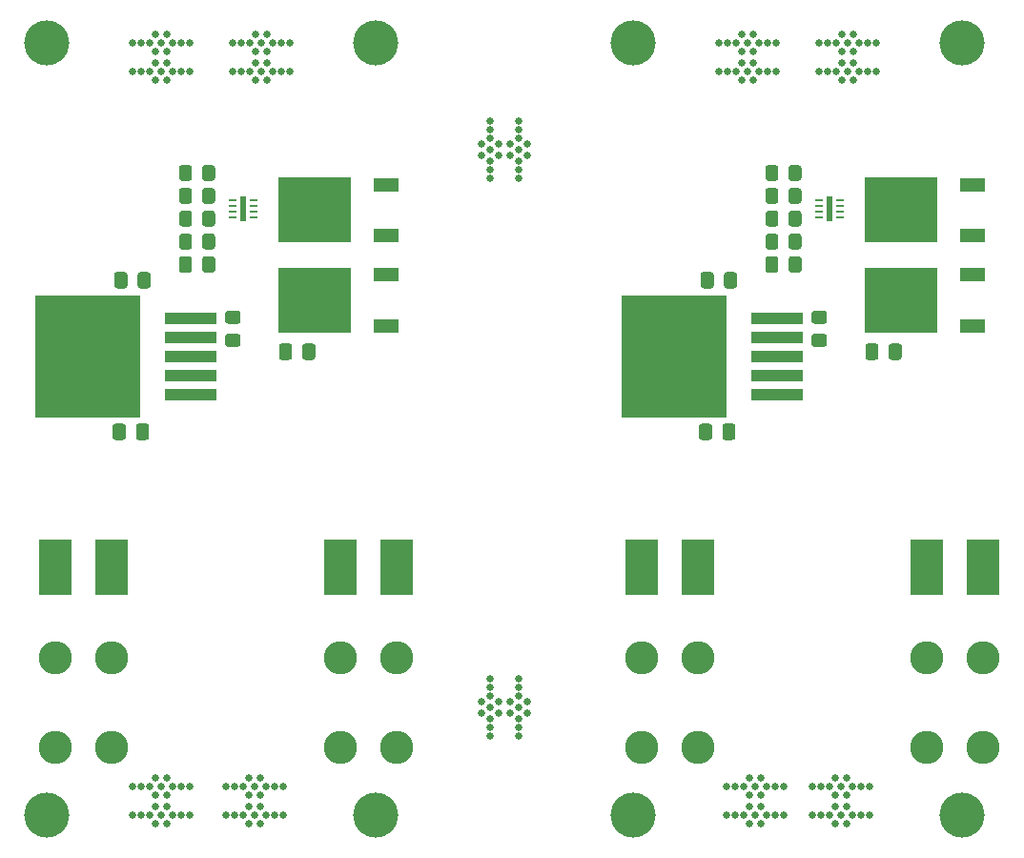
<source format=gbr>
%TF.GenerationSoftware,KiCad,Pcbnew,(5.1.9-0-10_14)*%
%TF.CreationDate,2021-02-28T00:18:14+08:00*%
%TF.ProjectId,panelized,70616e65-6c69-47a6-9564-2e6b69636164,rev?*%
%TF.SameCoordinates,Original*%
%TF.FileFunction,Soldermask,Top*%
%TF.FilePolarity,Negative*%
%FSLAX46Y46*%
G04 Gerber Fmt 4.6, Leading zero omitted, Abs format (unit mm)*
G04 Created by KiCad (PCBNEW (5.1.9-0-10_14)) date 2021-02-28 00:18:14*
%MOMM*%
%LPD*%
G01*
G04 APERTURE LIST*
%ADD10C,0.650000*%
%ADD11C,4.000000*%
%ADD12R,2.950000X5.000000*%
%ADD13C,2.950000*%
%ADD14R,4.600000X1.100000*%
%ADD15R,9.400000X10.800000*%
%ADD16R,0.700000X0.250000*%
%ADD17R,0.610000X2.200000*%
%ADD18R,2.200000X1.200000*%
%ADD19R,6.400000X5.800000*%
G04 APERTURE END LIST*
D10*
%TO.C,REF\u002A\u002A*%
X136525000Y-126365000D03*
X136525000Y-121285000D03*
X139065000Y-121285000D03*
X139065000Y-126365000D03*
X139065000Y-125603000D03*
X139065000Y-124841000D03*
X139065000Y-122047000D03*
X139065000Y-122809000D03*
X139065000Y-123825000D03*
X138303000Y-123317000D03*
X138303000Y-124333000D03*
X139827000Y-124333000D03*
X139827000Y-123317000D03*
X136525000Y-122047000D03*
X136525000Y-122809000D03*
X136525000Y-125603000D03*
X136525000Y-124841000D03*
X136525000Y-123825000D03*
X137287000Y-124333000D03*
X135763000Y-124333000D03*
X135763000Y-123317000D03*
X137287000Y-123317000D03*
%TD*%
%TO.C,REF\u002A\u002A*%
X137287000Y-73787000D03*
X135763000Y-73787000D03*
X135763000Y-74803000D03*
X137287000Y-74803000D03*
X136525000Y-74295000D03*
X136525000Y-75311000D03*
X136525000Y-76073000D03*
X136525000Y-73279000D03*
X136525000Y-72517000D03*
X139827000Y-73787000D03*
X139827000Y-74803000D03*
X138303000Y-74803000D03*
X138303000Y-73787000D03*
X139065000Y-74295000D03*
X139065000Y-73279000D03*
X139065000Y-72517000D03*
X139065000Y-75311000D03*
X139065000Y-76073000D03*
X139065000Y-76835000D03*
X139065000Y-71755000D03*
X136525000Y-71755000D03*
X136525000Y-76835000D03*
%TD*%
%TO.C,REF\u002A\u002A*%
X165735000Y-64770000D03*
X170815000Y-64770000D03*
X170815000Y-67310000D03*
X165735000Y-67310000D03*
X166497000Y-67310000D03*
X167259000Y-67310000D03*
X170053000Y-67310000D03*
X169291000Y-67310000D03*
X168275000Y-67310000D03*
X168783000Y-66548000D03*
X167767000Y-66548000D03*
X167767000Y-68072000D03*
X168783000Y-68072000D03*
X170053000Y-64770000D03*
X169291000Y-64770000D03*
X166497000Y-64770000D03*
X167259000Y-64770000D03*
X168275000Y-64770000D03*
X167767000Y-65532000D03*
X167767000Y-64008000D03*
X168783000Y-64008000D03*
X168783000Y-65532000D03*
%TD*%
%TO.C,REF\u002A\u002A*%
X156845000Y-64770000D03*
X161925000Y-64770000D03*
X161925000Y-67310000D03*
X156845000Y-67310000D03*
X157607000Y-67310000D03*
X158369000Y-67310000D03*
X161163000Y-67310000D03*
X160401000Y-67310000D03*
X159385000Y-67310000D03*
X159893000Y-66548000D03*
X158877000Y-66548000D03*
X158877000Y-68072000D03*
X159893000Y-68072000D03*
X161163000Y-64770000D03*
X160401000Y-64770000D03*
X157607000Y-64770000D03*
X158369000Y-64770000D03*
X159385000Y-64770000D03*
X158877000Y-65532000D03*
X158877000Y-64008000D03*
X159893000Y-64008000D03*
X159893000Y-65532000D03*
%TD*%
%TO.C,REF\u002A\u002A*%
X113665000Y-64770000D03*
X118745000Y-64770000D03*
X118745000Y-67310000D03*
X113665000Y-67310000D03*
X114427000Y-67310000D03*
X115189000Y-67310000D03*
X117983000Y-67310000D03*
X117221000Y-67310000D03*
X116205000Y-67310000D03*
X116713000Y-66548000D03*
X115697000Y-66548000D03*
X115697000Y-68072000D03*
X116713000Y-68072000D03*
X117983000Y-64770000D03*
X117221000Y-64770000D03*
X114427000Y-64770000D03*
X115189000Y-64770000D03*
X116205000Y-64770000D03*
X115697000Y-65532000D03*
X115697000Y-64008000D03*
X116713000Y-64008000D03*
X116713000Y-65532000D03*
%TD*%
%TO.C,REF\u002A\u002A*%
X104775000Y-64770000D03*
X109855000Y-64770000D03*
X109855000Y-67310000D03*
X104775000Y-67310000D03*
X105537000Y-67310000D03*
X106299000Y-67310000D03*
X109093000Y-67310000D03*
X108331000Y-67310000D03*
X107315000Y-67310000D03*
X107823000Y-66548000D03*
X106807000Y-66548000D03*
X106807000Y-68072000D03*
X107823000Y-68072000D03*
X109093000Y-64770000D03*
X108331000Y-64770000D03*
X105537000Y-64770000D03*
X106299000Y-64770000D03*
X107315000Y-64770000D03*
X106807000Y-65532000D03*
X106807000Y-64008000D03*
X107823000Y-64008000D03*
X107823000Y-65532000D03*
%TD*%
%TO.C,REF\u002A\u002A*%
X104775000Y-130810000D03*
X109855000Y-130810000D03*
X109855000Y-133350000D03*
X104775000Y-133350000D03*
X105537000Y-133350000D03*
X106299000Y-133350000D03*
X109093000Y-133350000D03*
X108331000Y-133350000D03*
X107315000Y-133350000D03*
X107823000Y-132588000D03*
X106807000Y-132588000D03*
X106807000Y-134112000D03*
X107823000Y-134112000D03*
X109093000Y-130810000D03*
X108331000Y-130810000D03*
X105537000Y-130810000D03*
X106299000Y-130810000D03*
X107315000Y-130810000D03*
X106807000Y-131572000D03*
X106807000Y-130048000D03*
X107823000Y-130048000D03*
X107823000Y-131572000D03*
%TD*%
%TO.C,REF\u002A\u002A*%
X113030000Y-130810000D03*
X118110000Y-130810000D03*
X118110000Y-133350000D03*
X113030000Y-133350000D03*
X113792000Y-133350000D03*
X114554000Y-133350000D03*
X117348000Y-133350000D03*
X116586000Y-133350000D03*
X115570000Y-133350000D03*
X116078000Y-132588000D03*
X115062000Y-132588000D03*
X115062000Y-134112000D03*
X116078000Y-134112000D03*
X117348000Y-130810000D03*
X116586000Y-130810000D03*
X113792000Y-130810000D03*
X114554000Y-130810000D03*
X115570000Y-130810000D03*
X115062000Y-131572000D03*
X115062000Y-130048000D03*
X116078000Y-130048000D03*
X116078000Y-131572000D03*
%TD*%
%TO.C,REF\u002A\u002A*%
X157480000Y-130810000D03*
X162560000Y-130810000D03*
X162560000Y-133350000D03*
X157480000Y-133350000D03*
X158242000Y-133350000D03*
X159004000Y-133350000D03*
X161798000Y-133350000D03*
X161036000Y-133350000D03*
X160020000Y-133350000D03*
X160528000Y-132588000D03*
X159512000Y-132588000D03*
X159512000Y-134112000D03*
X160528000Y-134112000D03*
X161798000Y-130810000D03*
X161036000Y-130810000D03*
X158242000Y-130810000D03*
X159004000Y-130810000D03*
X160020000Y-130810000D03*
X159512000Y-131572000D03*
X159512000Y-130048000D03*
X160528000Y-130048000D03*
X160528000Y-131572000D03*
%TD*%
%TO.C,REF\u002A\u002A*%
X168148000Y-131572000D03*
X168148000Y-130048000D03*
X167132000Y-130048000D03*
X167132000Y-131572000D03*
X167640000Y-130810000D03*
X166624000Y-130810000D03*
X165862000Y-130810000D03*
X168656000Y-130810000D03*
X169418000Y-130810000D03*
X168148000Y-134112000D03*
X167132000Y-134112000D03*
X167132000Y-132588000D03*
X168148000Y-132588000D03*
X167640000Y-133350000D03*
X168656000Y-133350000D03*
X169418000Y-133350000D03*
X166624000Y-133350000D03*
X165862000Y-133350000D03*
X165100000Y-133350000D03*
X170180000Y-133350000D03*
X170180000Y-130810000D03*
X165100000Y-130810000D03*
%TD*%
D11*
%TO.C,H4*%
X126365000Y-133350000D03*
%TD*%
%TO.C,H3*%
X97155000Y-133350000D03*
%TD*%
%TO.C,H2*%
X126365000Y-64770000D03*
%TD*%
%TO.C,H1*%
X97155000Y-64770000D03*
%TD*%
D12*
%TO.C,POWER_OUT1*%
X128190000Y-111380000D03*
X123190000Y-111380000D03*
D13*
X128190000Y-127380000D03*
X123190000Y-127380000D03*
X123190000Y-119380000D03*
X128190000Y-119380000D03*
%TD*%
D12*
%TO.C,POWER_IN1*%
X102870000Y-111380000D03*
X97870000Y-111380000D03*
D13*
X102870000Y-127380000D03*
X97870000Y-127380000D03*
X97870000Y-119380000D03*
X102870000Y-119380000D03*
%TD*%
%TO.C,C4*%
G36*
G01*
X110940000Y-84930000D02*
X110940000Y-83980000D01*
G75*
G02*
X111190000Y-83730000I250000J0D01*
G01*
X111865000Y-83730000D01*
G75*
G02*
X112115000Y-83980000I0J-250000D01*
G01*
X112115000Y-84930000D01*
G75*
G02*
X111865000Y-85180000I-250000J0D01*
G01*
X111190000Y-85180000D01*
G75*
G02*
X110940000Y-84930000I0J250000D01*
G01*
G37*
G36*
G01*
X108865000Y-84930000D02*
X108865000Y-83980000D01*
G75*
G02*
X109115000Y-83730000I250000J0D01*
G01*
X109790000Y-83730000D01*
G75*
G02*
X110040000Y-83980000I0J-250000D01*
G01*
X110040000Y-84930000D01*
G75*
G02*
X109790000Y-85180000I-250000J0D01*
G01*
X109115000Y-85180000D01*
G75*
G02*
X108865000Y-84930000I0J250000D01*
G01*
G37*
%TD*%
%TO.C,C3*%
G36*
G01*
X104303500Y-85377000D02*
X104303500Y-86327000D01*
G75*
G02*
X104053500Y-86577000I-250000J0D01*
G01*
X103378500Y-86577000D01*
G75*
G02*
X103128500Y-86327000I0J250000D01*
G01*
X103128500Y-85377000D01*
G75*
G02*
X103378500Y-85127000I250000J0D01*
G01*
X104053500Y-85127000D01*
G75*
G02*
X104303500Y-85377000I0J-250000D01*
G01*
G37*
G36*
G01*
X106378500Y-85377000D02*
X106378500Y-86327000D01*
G75*
G02*
X106128500Y-86577000I-250000J0D01*
G01*
X105453500Y-86577000D01*
G75*
G02*
X105203500Y-86327000I0J250000D01*
G01*
X105203500Y-85377000D01*
G75*
G02*
X105453500Y-85127000I250000J0D01*
G01*
X106128500Y-85127000D01*
G75*
G02*
X106378500Y-85377000I0J-250000D01*
G01*
G37*
%TD*%
%TO.C,C2*%
G36*
G01*
X104157500Y-98839000D02*
X104157500Y-99789000D01*
G75*
G02*
X103907500Y-100039000I-250000J0D01*
G01*
X103232500Y-100039000D01*
G75*
G02*
X102982500Y-99789000I0J250000D01*
G01*
X102982500Y-98839000D01*
G75*
G02*
X103232500Y-98589000I250000J0D01*
G01*
X103907500Y-98589000D01*
G75*
G02*
X104157500Y-98839000I0J-250000D01*
G01*
G37*
G36*
G01*
X106232500Y-98839000D02*
X106232500Y-99789000D01*
G75*
G02*
X105982500Y-100039000I-250000J0D01*
G01*
X105307500Y-100039000D01*
G75*
G02*
X105057500Y-99789000I0J250000D01*
G01*
X105057500Y-98839000D01*
G75*
G02*
X105307500Y-98589000I250000J0D01*
G01*
X105982500Y-98589000D01*
G75*
G02*
X106232500Y-98839000I0J-250000D01*
G01*
G37*
%TD*%
%TO.C,C1*%
G36*
G01*
X119830000Y-92677000D02*
X119830000Y-91727000D01*
G75*
G02*
X120080000Y-91477000I250000J0D01*
G01*
X120755000Y-91477000D01*
G75*
G02*
X121005000Y-91727000I0J-250000D01*
G01*
X121005000Y-92677000D01*
G75*
G02*
X120755000Y-92927000I-250000J0D01*
G01*
X120080000Y-92927000D01*
G75*
G02*
X119830000Y-92677000I0J250000D01*
G01*
G37*
G36*
G01*
X117755000Y-92677000D02*
X117755000Y-91727000D01*
G75*
G02*
X118005000Y-91477000I250000J0D01*
G01*
X118680000Y-91477000D01*
G75*
G02*
X118930000Y-91727000I0J-250000D01*
G01*
X118930000Y-92677000D01*
G75*
G02*
X118680000Y-92927000I-250000J0D01*
G01*
X118005000Y-92927000D01*
G75*
G02*
X117755000Y-92677000I0J250000D01*
G01*
G37*
%TD*%
D14*
%TO.C,U2*%
X109957000Y-96012000D03*
X109957000Y-94312000D03*
X109957000Y-92612000D03*
X109957000Y-90912000D03*
X109957000Y-89212000D03*
D15*
X100807000Y-92612000D03*
%TD*%
D16*
%TO.C,U1*%
X113629000Y-78752000D03*
X113629000Y-79252000D03*
X113629000Y-79752000D03*
X113629000Y-80252000D03*
X115479000Y-80252000D03*
X115479000Y-79752000D03*
X115479000Y-79252000D03*
X115479000Y-78752000D03*
D17*
X114554000Y-79502000D03*
%TD*%
%TO.C,R5*%
G36*
G01*
X114115001Y-89720000D02*
X113214999Y-89720000D01*
G75*
G02*
X112965000Y-89470001I0J249999D01*
G01*
X112965000Y-88819999D01*
G75*
G02*
X113214999Y-88570000I249999J0D01*
G01*
X114115001Y-88570000D01*
G75*
G02*
X114365000Y-88819999I0J-249999D01*
G01*
X114365000Y-89470001D01*
G75*
G02*
X114115001Y-89720000I-249999J0D01*
G01*
G37*
G36*
G01*
X114115001Y-91770000D02*
X113214999Y-91770000D01*
G75*
G02*
X112965000Y-91520001I0J249999D01*
G01*
X112965000Y-90869999D01*
G75*
G02*
X113214999Y-90620000I249999J0D01*
G01*
X114115001Y-90620000D01*
G75*
G02*
X114365000Y-90869999I0J-249999D01*
G01*
X114365000Y-91520001D01*
G75*
G02*
X114115001Y-91770000I-249999J0D01*
G01*
G37*
%TD*%
%TO.C,R4*%
G36*
G01*
X110040000Y-75876999D02*
X110040000Y-76777001D01*
G75*
G02*
X109790001Y-77027000I-249999J0D01*
G01*
X109139999Y-77027000D01*
G75*
G02*
X108890000Y-76777001I0J249999D01*
G01*
X108890000Y-75876999D01*
G75*
G02*
X109139999Y-75627000I249999J0D01*
G01*
X109790001Y-75627000D01*
G75*
G02*
X110040000Y-75876999I0J-249999D01*
G01*
G37*
G36*
G01*
X112090000Y-75876999D02*
X112090000Y-76777001D01*
G75*
G02*
X111840001Y-77027000I-249999J0D01*
G01*
X111189999Y-77027000D01*
G75*
G02*
X110940000Y-76777001I0J249999D01*
G01*
X110940000Y-75876999D01*
G75*
G02*
X111189999Y-75627000I249999J0D01*
G01*
X111840001Y-75627000D01*
G75*
G02*
X112090000Y-75876999I0J-249999D01*
G01*
G37*
%TD*%
%TO.C,R3*%
G36*
G01*
X110040000Y-77908999D02*
X110040000Y-78809001D01*
G75*
G02*
X109790001Y-79059000I-249999J0D01*
G01*
X109139999Y-79059000D01*
G75*
G02*
X108890000Y-78809001I0J249999D01*
G01*
X108890000Y-77908999D01*
G75*
G02*
X109139999Y-77659000I249999J0D01*
G01*
X109790001Y-77659000D01*
G75*
G02*
X110040000Y-77908999I0J-249999D01*
G01*
G37*
G36*
G01*
X112090000Y-77908999D02*
X112090000Y-78809001D01*
G75*
G02*
X111840001Y-79059000I-249999J0D01*
G01*
X111189999Y-79059000D01*
G75*
G02*
X110940000Y-78809001I0J249999D01*
G01*
X110940000Y-77908999D01*
G75*
G02*
X111189999Y-77659000I249999J0D01*
G01*
X111840001Y-77659000D01*
G75*
G02*
X112090000Y-77908999I0J-249999D01*
G01*
G37*
%TD*%
%TO.C,R2*%
G36*
G01*
X110049000Y-79931999D02*
X110049000Y-80832001D01*
G75*
G02*
X109799001Y-81082000I-249999J0D01*
G01*
X109148999Y-81082000D01*
G75*
G02*
X108899000Y-80832001I0J249999D01*
G01*
X108899000Y-79931999D01*
G75*
G02*
X109148999Y-79682000I249999J0D01*
G01*
X109799001Y-79682000D01*
G75*
G02*
X110049000Y-79931999I0J-249999D01*
G01*
G37*
G36*
G01*
X112099000Y-79931999D02*
X112099000Y-80832001D01*
G75*
G02*
X111849001Y-81082000I-249999J0D01*
G01*
X111198999Y-81082000D01*
G75*
G02*
X110949000Y-80832001I0J249999D01*
G01*
X110949000Y-79931999D01*
G75*
G02*
X111198999Y-79682000I249999J0D01*
G01*
X111849001Y-79682000D01*
G75*
G02*
X112099000Y-79931999I0J-249999D01*
G01*
G37*
%TD*%
%TO.C,R1*%
G36*
G01*
X110049000Y-81972999D02*
X110049000Y-82873001D01*
G75*
G02*
X109799001Y-83123000I-249999J0D01*
G01*
X109148999Y-83123000D01*
G75*
G02*
X108899000Y-82873001I0J249999D01*
G01*
X108899000Y-81972999D01*
G75*
G02*
X109148999Y-81723000I249999J0D01*
G01*
X109799001Y-81723000D01*
G75*
G02*
X110049000Y-81972999I0J-249999D01*
G01*
G37*
G36*
G01*
X112099000Y-81972999D02*
X112099000Y-82873001D01*
G75*
G02*
X111849001Y-83123000I-249999J0D01*
G01*
X111198999Y-83123000D01*
G75*
G02*
X110949000Y-82873001I0J249999D01*
G01*
X110949000Y-81972999D01*
G75*
G02*
X111198999Y-81723000I249999J0D01*
G01*
X111849001Y-81723000D01*
G75*
G02*
X112099000Y-81972999I0J-249999D01*
G01*
G37*
%TD*%
D18*
%TO.C,Q2*%
X127263000Y-89910000D03*
X127263000Y-85350000D03*
D19*
X120963000Y-87630000D03*
%TD*%
D18*
%TO.C,Q1*%
X127263000Y-81909000D03*
X127263000Y-77349000D03*
D19*
X120963000Y-79629000D03*
%TD*%
D11*
%TO.C,H4*%
X178435000Y-133350000D03*
%TD*%
%TO.C,H3*%
X149225000Y-133350000D03*
%TD*%
%TO.C,H2*%
X178435000Y-64770000D03*
%TD*%
%TO.C,H1*%
X149225000Y-64770000D03*
%TD*%
D12*
%TO.C,POWER_OUT1*%
X180260000Y-111380000D03*
X175260000Y-111380000D03*
D13*
X180260000Y-127380000D03*
X175260000Y-127380000D03*
X175260000Y-119380000D03*
X180260000Y-119380000D03*
%TD*%
D12*
%TO.C,POWER_IN1*%
X154940000Y-111380000D03*
X149940000Y-111380000D03*
D13*
X154940000Y-127380000D03*
X149940000Y-127380000D03*
X149940000Y-119380000D03*
X154940000Y-119380000D03*
%TD*%
%TO.C,C4*%
G36*
G01*
X163010000Y-84930000D02*
X163010000Y-83980000D01*
G75*
G02*
X163260000Y-83730000I250000J0D01*
G01*
X163935000Y-83730000D01*
G75*
G02*
X164185000Y-83980000I0J-250000D01*
G01*
X164185000Y-84930000D01*
G75*
G02*
X163935000Y-85180000I-250000J0D01*
G01*
X163260000Y-85180000D01*
G75*
G02*
X163010000Y-84930000I0J250000D01*
G01*
G37*
G36*
G01*
X160935000Y-84930000D02*
X160935000Y-83980000D01*
G75*
G02*
X161185000Y-83730000I250000J0D01*
G01*
X161860000Y-83730000D01*
G75*
G02*
X162110000Y-83980000I0J-250000D01*
G01*
X162110000Y-84930000D01*
G75*
G02*
X161860000Y-85180000I-250000J0D01*
G01*
X161185000Y-85180000D01*
G75*
G02*
X160935000Y-84930000I0J250000D01*
G01*
G37*
%TD*%
%TO.C,C3*%
G36*
G01*
X156373500Y-85377000D02*
X156373500Y-86327000D01*
G75*
G02*
X156123500Y-86577000I-250000J0D01*
G01*
X155448500Y-86577000D01*
G75*
G02*
X155198500Y-86327000I0J250000D01*
G01*
X155198500Y-85377000D01*
G75*
G02*
X155448500Y-85127000I250000J0D01*
G01*
X156123500Y-85127000D01*
G75*
G02*
X156373500Y-85377000I0J-250000D01*
G01*
G37*
G36*
G01*
X158448500Y-85377000D02*
X158448500Y-86327000D01*
G75*
G02*
X158198500Y-86577000I-250000J0D01*
G01*
X157523500Y-86577000D01*
G75*
G02*
X157273500Y-86327000I0J250000D01*
G01*
X157273500Y-85377000D01*
G75*
G02*
X157523500Y-85127000I250000J0D01*
G01*
X158198500Y-85127000D01*
G75*
G02*
X158448500Y-85377000I0J-250000D01*
G01*
G37*
%TD*%
%TO.C,C2*%
G36*
G01*
X156227500Y-98839000D02*
X156227500Y-99789000D01*
G75*
G02*
X155977500Y-100039000I-250000J0D01*
G01*
X155302500Y-100039000D01*
G75*
G02*
X155052500Y-99789000I0J250000D01*
G01*
X155052500Y-98839000D01*
G75*
G02*
X155302500Y-98589000I250000J0D01*
G01*
X155977500Y-98589000D01*
G75*
G02*
X156227500Y-98839000I0J-250000D01*
G01*
G37*
G36*
G01*
X158302500Y-98839000D02*
X158302500Y-99789000D01*
G75*
G02*
X158052500Y-100039000I-250000J0D01*
G01*
X157377500Y-100039000D01*
G75*
G02*
X157127500Y-99789000I0J250000D01*
G01*
X157127500Y-98839000D01*
G75*
G02*
X157377500Y-98589000I250000J0D01*
G01*
X158052500Y-98589000D01*
G75*
G02*
X158302500Y-98839000I0J-250000D01*
G01*
G37*
%TD*%
%TO.C,C1*%
G36*
G01*
X171900000Y-92677000D02*
X171900000Y-91727000D01*
G75*
G02*
X172150000Y-91477000I250000J0D01*
G01*
X172825000Y-91477000D01*
G75*
G02*
X173075000Y-91727000I0J-250000D01*
G01*
X173075000Y-92677000D01*
G75*
G02*
X172825000Y-92927000I-250000J0D01*
G01*
X172150000Y-92927000D01*
G75*
G02*
X171900000Y-92677000I0J250000D01*
G01*
G37*
G36*
G01*
X169825000Y-92677000D02*
X169825000Y-91727000D01*
G75*
G02*
X170075000Y-91477000I250000J0D01*
G01*
X170750000Y-91477000D01*
G75*
G02*
X171000000Y-91727000I0J-250000D01*
G01*
X171000000Y-92677000D01*
G75*
G02*
X170750000Y-92927000I-250000J0D01*
G01*
X170075000Y-92927000D01*
G75*
G02*
X169825000Y-92677000I0J250000D01*
G01*
G37*
%TD*%
D14*
%TO.C,U2*%
X162027000Y-96012000D03*
X162027000Y-94312000D03*
X162027000Y-92612000D03*
X162027000Y-90912000D03*
X162027000Y-89212000D03*
D15*
X152877000Y-92612000D03*
%TD*%
D16*
%TO.C,U1*%
X165699000Y-78752000D03*
X165699000Y-79252000D03*
X165699000Y-79752000D03*
X165699000Y-80252000D03*
X167549000Y-80252000D03*
X167549000Y-79752000D03*
X167549000Y-79252000D03*
X167549000Y-78752000D03*
D17*
X166624000Y-79502000D03*
%TD*%
%TO.C,R5*%
G36*
G01*
X166185001Y-89720000D02*
X165284999Y-89720000D01*
G75*
G02*
X165035000Y-89470001I0J249999D01*
G01*
X165035000Y-88819999D01*
G75*
G02*
X165284999Y-88570000I249999J0D01*
G01*
X166185001Y-88570000D01*
G75*
G02*
X166435000Y-88819999I0J-249999D01*
G01*
X166435000Y-89470001D01*
G75*
G02*
X166185001Y-89720000I-249999J0D01*
G01*
G37*
G36*
G01*
X166185001Y-91770000D02*
X165284999Y-91770000D01*
G75*
G02*
X165035000Y-91520001I0J249999D01*
G01*
X165035000Y-90869999D01*
G75*
G02*
X165284999Y-90620000I249999J0D01*
G01*
X166185001Y-90620000D01*
G75*
G02*
X166435000Y-90869999I0J-249999D01*
G01*
X166435000Y-91520001D01*
G75*
G02*
X166185001Y-91770000I-249999J0D01*
G01*
G37*
%TD*%
%TO.C,R4*%
G36*
G01*
X162110000Y-75876999D02*
X162110000Y-76777001D01*
G75*
G02*
X161860001Y-77027000I-249999J0D01*
G01*
X161209999Y-77027000D01*
G75*
G02*
X160960000Y-76777001I0J249999D01*
G01*
X160960000Y-75876999D01*
G75*
G02*
X161209999Y-75627000I249999J0D01*
G01*
X161860001Y-75627000D01*
G75*
G02*
X162110000Y-75876999I0J-249999D01*
G01*
G37*
G36*
G01*
X164160000Y-75876999D02*
X164160000Y-76777001D01*
G75*
G02*
X163910001Y-77027000I-249999J0D01*
G01*
X163259999Y-77027000D01*
G75*
G02*
X163010000Y-76777001I0J249999D01*
G01*
X163010000Y-75876999D01*
G75*
G02*
X163259999Y-75627000I249999J0D01*
G01*
X163910001Y-75627000D01*
G75*
G02*
X164160000Y-75876999I0J-249999D01*
G01*
G37*
%TD*%
%TO.C,R3*%
G36*
G01*
X162110000Y-77908999D02*
X162110000Y-78809001D01*
G75*
G02*
X161860001Y-79059000I-249999J0D01*
G01*
X161209999Y-79059000D01*
G75*
G02*
X160960000Y-78809001I0J249999D01*
G01*
X160960000Y-77908999D01*
G75*
G02*
X161209999Y-77659000I249999J0D01*
G01*
X161860001Y-77659000D01*
G75*
G02*
X162110000Y-77908999I0J-249999D01*
G01*
G37*
G36*
G01*
X164160000Y-77908999D02*
X164160000Y-78809001D01*
G75*
G02*
X163910001Y-79059000I-249999J0D01*
G01*
X163259999Y-79059000D01*
G75*
G02*
X163010000Y-78809001I0J249999D01*
G01*
X163010000Y-77908999D01*
G75*
G02*
X163259999Y-77659000I249999J0D01*
G01*
X163910001Y-77659000D01*
G75*
G02*
X164160000Y-77908999I0J-249999D01*
G01*
G37*
%TD*%
%TO.C,R2*%
G36*
G01*
X162119000Y-79931999D02*
X162119000Y-80832001D01*
G75*
G02*
X161869001Y-81082000I-249999J0D01*
G01*
X161218999Y-81082000D01*
G75*
G02*
X160969000Y-80832001I0J249999D01*
G01*
X160969000Y-79931999D01*
G75*
G02*
X161218999Y-79682000I249999J0D01*
G01*
X161869001Y-79682000D01*
G75*
G02*
X162119000Y-79931999I0J-249999D01*
G01*
G37*
G36*
G01*
X164169000Y-79931999D02*
X164169000Y-80832001D01*
G75*
G02*
X163919001Y-81082000I-249999J0D01*
G01*
X163268999Y-81082000D01*
G75*
G02*
X163019000Y-80832001I0J249999D01*
G01*
X163019000Y-79931999D01*
G75*
G02*
X163268999Y-79682000I249999J0D01*
G01*
X163919001Y-79682000D01*
G75*
G02*
X164169000Y-79931999I0J-249999D01*
G01*
G37*
%TD*%
%TO.C,R1*%
G36*
G01*
X162119000Y-81972999D02*
X162119000Y-82873001D01*
G75*
G02*
X161869001Y-83123000I-249999J0D01*
G01*
X161218999Y-83123000D01*
G75*
G02*
X160969000Y-82873001I0J249999D01*
G01*
X160969000Y-81972999D01*
G75*
G02*
X161218999Y-81723000I249999J0D01*
G01*
X161869001Y-81723000D01*
G75*
G02*
X162119000Y-81972999I0J-249999D01*
G01*
G37*
G36*
G01*
X164169000Y-81972999D02*
X164169000Y-82873001D01*
G75*
G02*
X163919001Y-83123000I-249999J0D01*
G01*
X163268999Y-83123000D01*
G75*
G02*
X163019000Y-82873001I0J249999D01*
G01*
X163019000Y-81972999D01*
G75*
G02*
X163268999Y-81723000I249999J0D01*
G01*
X163919001Y-81723000D01*
G75*
G02*
X164169000Y-81972999I0J-249999D01*
G01*
G37*
%TD*%
D18*
%TO.C,Q2*%
X179333000Y-89910000D03*
X179333000Y-85350000D03*
D19*
X173033000Y-87630000D03*
%TD*%
D18*
%TO.C,Q1*%
X179333000Y-81909000D03*
X179333000Y-77349000D03*
D19*
X173033000Y-79629000D03*
%TD*%
M02*

</source>
